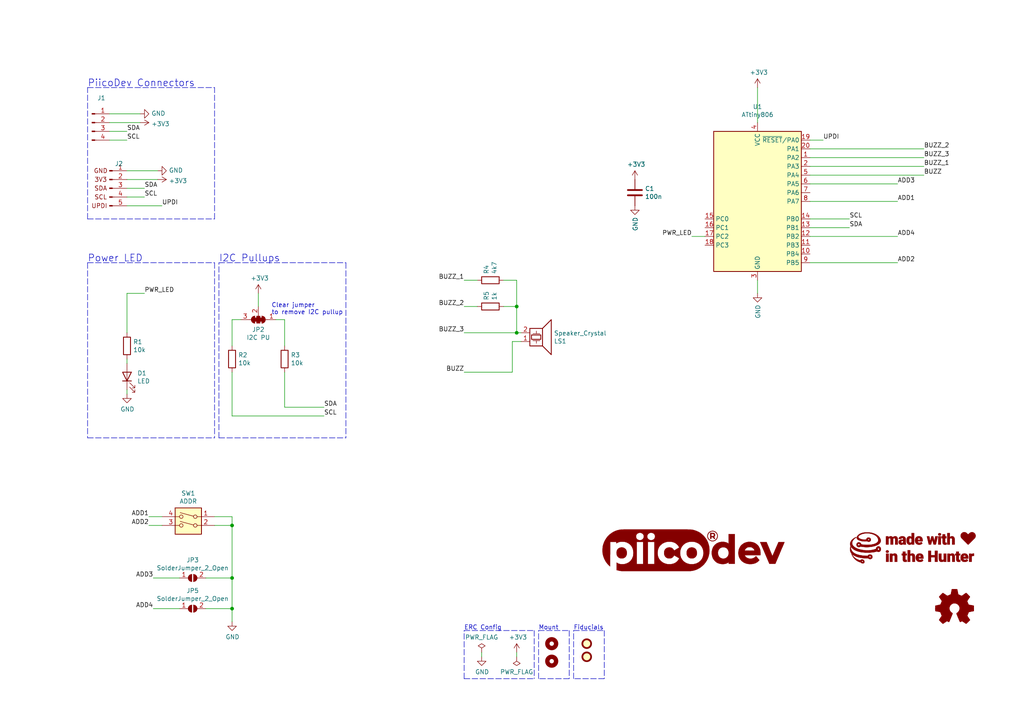
<source format=kicad_sch>
(kicad_sch (version 20211123) (generator eeschema)
  (paper "A4")
  (title_block (title "PiicoDev Buzzer Module") (date "2021-11-15") (rev "10") (company "Core Electronics") (comment 1 "Designed by Michael Ruppe at") (comment 4 "PiicoDev and the PiicoDev Logo are registered trademarks of Core Electronics Pty. Ltd."))
  (lib_symbols
    (symbol "Connector:Conn_01x04_Male" (pin_names (offset 1.016) hide)
      (property "Reference" "J" (at 0 5.08 0))
      (property "Value" "Conn_01x04_Male" (at 0 -7.62 0))
      (symbol "Conn_01x04_Male_1_1"
        (pin passive line (at 5.08 2.54 180) (length 3.81) (name "Pin_1") (number "1"))
        (pin passive line (at 5.08 0 180) (length 3.81) (name "Pin_2") (number "2"))
        (pin passive line (at 5.08 -2.54 180) (length 3.81) (name "Pin_3") (number "3"))
        (pin passive line (at 5.08 -5.08 180) (length 3.81) (name "Pin_4") (number "4"))
      )
    )
    (symbol "CoreElectronics_Artwork:LOGO_CoreElectronics_no-text" (pin_names (offset 1.016)))
    (symbol "CoreElectronics_Artwork:LOGO_PiicoDev" (pin_names (offset 1.016)))
    (symbol "CoreElectronics_Artwork:LOGO_made-with-love" (pin_names (offset 1.016)))
    (symbol "CoreElectronics_Components:Conn_PiicoDev_socket_UPDI" (pin_names (offset 1.016) hide)
      (property "Reference" "J" (at 0 7.62 0))
      (property "Value" "Conn_PiicoDev_socket_UPDI" (at 0 -7.62 0))
      (symbol "Conn_PiicoDev_socket_UPDI_0_0"
        (text "3V3" (at -2.54 2.54 0) (effects (font (size 1.27 1.27))))
        (text "GND" (at -2.54 5.08 0) (effects (font (size 1.27 1.27))))
        (text "SCL" (at -2.54 -2.54 0) (effects (font (size 1.27 1.27))))
        (text "SDA" (at -2.54 0 0) (effects (font (size 1.27 1.27))))
      )
      (symbol "Conn_PiicoDev_socket_UPDI_1_1"
        (text "UPDI" (at -2.921 -5.08 0) (effects (font (size 1.27 1.27))))
        (pin passive line (at 5.08 5.08 180) (length 3.81) (name "Pin_1") (number "1"))
        (pin passive line (at 5.08 2.54 180) (length 3.81) (name "Pin_2") (number "2"))
        (pin passive line (at 5.08 0 180) (length 3.81) (name "Pin_3") (number "3"))
        (pin passive line (at 5.08 -2.54 180) (length 3.81) (name "Pin_4") (number "4"))
        (pin passive line (at 5.08 -5.08 180) (length 3.81) (name "Pin_5") (number "5"))
      )
    )
    (symbol "Device:C" (pin_numbers hide) (pin_names (offset 0.254))
      (property "Reference" "C" (at 0.635 2.54 0))
      (property "Value" "C" (at 0.635 -2.54 0))
      (symbol "C_1_1"
        (pin passive line (at 0 3.81 270) (length 2.794) (name "~") (number "1"))
        (pin passive line (at 0 -3.81 90) (length 2.794) (name "~") (number "2"))
      )
    )
    (symbol "Device:LED" (pin_numbers hide) (pin_names (offset 1.016) hide)
      (property "Reference" "D" (at 0 2.54 0))
      (property "Value" "LED" (at 0 -2.54 0))
      (symbol "LED_1_1"
        (pin passive line (at -3.81 0 0) (length 2.54) (name "K") (number "1"))
        (pin passive line (at 3.81 0 180) (length 2.54) (name "A") (number "2"))
      )
    )
    (symbol "Device:R" (pin_numbers hide) (pin_names (offset 0))
      (property "Reference" "R" (at 2.032 0 90))
      (property "Value" "R" (at 0 0 90))
      (symbol "R_1_1"
        (pin passive line (at 0 3.81 270) (length 1.27) (name "~") (number "1"))
        (pin passive line (at 0 -3.81 90) (length 1.27) (name "~") (number "2"))
      )
    )
    (symbol "Device:Speaker_Crystal" (pin_names (offset 0) hide)
      (property "Reference" "LS" (at 0.635 5.715 0))
      (property "Value" "Speaker_Crystal" (at 0.635 3.81 0))
      (symbol "Speaker_Crystal_1_1"
        (pin input line (at -5.08 0 0) (length 2.54) (name "1") (number "1"))
        (pin input line (at -5.08 -2.54 0) (length 2.54) (name "2") (number "2"))
      )
    )
    (symbol "Graphic:Logo_Open_Hardware_Small" (pin_names (offset 1.016)))
    (symbol "Jumper:SolderJumper_2_Open" (pin_names (offset 0) hide)
      (property "Reference" "JP" (at 0 2.032 0))
      (property "Value" "SolderJumper_2_Open" (at 0 -2.54 0))
      (symbol "SolderJumper_2_Open_1_1"
        (pin passive line (at -3.81 0 0) (length 2.54) (name "A") (number "1"))
        (pin passive line (at 3.81 0 180) (length 2.54) (name "B") (number "2"))
      )
    )
    (symbol "MCU_Microchip_ATtiny:ATtiny1616-M"
      (property "Reference" "U" (at -12.7 21.59 0))
      (property "Value" "ATtiny1616-M" (at 2.54 -21.59 0))
      (symbol "ATtiny1616-M_1_1"
        (pin bidirectional line (at 15.24 12.7 180) (length 2.54) (name "PA2") (number "1"))
        (pin bidirectional line (at 15.24 -15.24 180) (length 2.54) (name "PB4") (number "10"))
        (pin bidirectional line (at 15.24 -12.7 180) (length 2.54) (name "PB3") (number "11"))
        (pin bidirectional line (at 15.24 -10.16 180) (length 2.54) (name "PB2") (number "12"))
        (pin bidirectional line (at 15.24 -7.62 180) (length 2.54) (name "PB1") (number "13"))
        (pin bidirectional line (at 15.24 -5.08 180) (length 2.54) (name "PB0") (number "14"))
        (pin bidirectional line (at -15.24 -5.08 0) (length 2.54) (name "PC0") (number "15"))
        (pin bidirectional line (at -15.24 -7.62 0) (length 2.54) (name "PC1") (number "16"))
        (pin bidirectional line (at -15.24 -10.16 0) (length 2.54) (name "PC2") (number "17"))
        (pin bidirectional line (at -15.24 -12.7 0) (length 2.54) (name "PC3") (number "18"))
        (pin bidirectional line (at 15.24 17.78 180) (length 2.54) (name "~{RESET}/PA0") (number "19"))
        (pin bidirectional line (at 15.24 10.16 180) (length 2.54) (name "PA3") (number "2"))
        (pin bidirectional line (at 15.24 15.24 180) (length 2.54) (name "PA1") (number "20"))
        (pin passive line (at 0 -22.86 90) (length 2.54) hide (name "GND") (number "21"))
        (pin power_in line (at 0 -22.86 90) (length 2.54) (name "GND") (number "3"))
        (pin power_in line (at 0 22.86 270) (length 2.54) (name "VCC") (number "4"))
        (pin bidirectional line (at 15.24 7.62 180) (length 2.54) (name "PA4") (number "5"))
        (pin bidirectional line (at 15.24 5.08 180) (length 2.54) (name "PA5") (number "6"))
        (pin bidirectional line (at 15.24 2.54 180) (length 2.54) (name "PA6") (number "7"))
        (pin bidirectional line (at 15.24 0 180) (length 2.54) (name "PA7") (number "8"))
        (pin bidirectional line (at 15.24 -17.78 180) (length 2.54) (name "PB5") (number "9"))
      )
    )
    (symbol "Mechanical:Fiducial"
      (property "Reference" "FID" (at 0 5.08 0))
      (property "Value" "Fiducial" (at 0 3.175 0))
    )
    (symbol "Mechanical:MountingHole" (pin_names (offset 1.016))
      (property "Reference" "H" (at 0 5.08 0))
      (property "Value" "MountingHole" (at 0 3.175 0))
    )
    (symbol "PiicoDev-Buzzer-rescue:SolderJumper_3_Bridged123-Jumper" (pin_names (offset 0) hide)
      (property "Reference" "JP" (at -2.54 -2.54 0))
      (property "Value" "SolderJumper_3_Bridged123-Jumper" (at 0 2.794 0))
      (symbol "SolderJumper_3_Bridged123-Jumper_1_1"
        (pin passive line (at -5.08 0 0) (length 2.54) (name "A") (number "1"))
        (pin input line (at 0 -3.81 90) (length 2.54) (name "C") (number "2"))
        (pin passive line (at 5.08 0 180) (length 2.54) (name "B") (number "3"))
      )
    )
    (symbol "Switch:SW_DIP_x02" (pin_names (offset 0) hide)
      (property "Reference" "SW" (at 0 6.35 0))
      (property "Value" "SW_DIP_x02" (at 0 -3.81 0))
      (symbol "SW_DIP_x02_1_1"
        (pin passive line (at -7.62 2.54 0) (length 5.08) (name "~") (number "1"))
        (pin passive line (at -7.62 0 0) (length 5.08) (name "~") (number "2"))
        (pin passive line (at 7.62 0 180) (length 5.08) (name "~") (number "3"))
        (pin passive line (at 7.62 2.54 180) (length 5.08) (name "~") (number "4"))
      )
    )
    (symbol "power:+3V3" (power) (pin_names (offset 0))
      (property "Value" "+3V3" (at 0 3.556 0))
      (symbol "+3V3_1_1"
        (pin power_in line (at 0 0 90) (length 0) hide (name "+3V3") (number "1"))
      )
    )
    (symbol "power:GND" (power) (pin_names (offset 0))
      (property "Value" "GND" (at 0 -3.81 0))
      (symbol "GND_1_1"
        (pin power_in line (at 0 0 270) (length 0) hide (name "GND") (number "1"))
      )
    )
    (symbol "power:PWR_FLAG" (power) (pin_numbers hide) (pin_names (offset 0) hide)
      (property "Value" "PWR_FLAG" (at 0 3.81 0))
      (symbol "PWR_FLAG_0_0"
        (pin power_out line (at 0 0 90) (length 0) (name "pwr") (number "1"))
      )
    )
  )
  (junction (at 67.31 152.4))
  (junction (at 67.31 176.53))
  (junction (at 149.86 88.9))
  (junction (at 149.86 96.52))
  (junction (at 67.31 167.64))
  (wire (pts (xy 134.62 96.52) (xy 149.86 96.52)))
  (wire (pts (xy 134.62 81.28) (xy 138.43 81.28)))
  (polyline (pts (xy 25.4 63.5) (xy 25.4 25.4)))
  (wire (pts (xy 41.91 54.61) (xy 36.83 54.61)))
  (wire (pts (xy 82.55 107.95) (xy 82.55 118.11)))
  (wire (pts (xy 36.83 52.07) (xy 45.72 52.07)))
  (wire (pts (xy 134.62 107.95) (xy 148.59 107.95)))
  (wire (pts (xy 59.69 167.64) (xy 67.31 167.64)))
  (wire (pts (xy 52.07 176.53) (xy 44.45 176.53)))
  (wire (pts (xy 36.83 59.69) (xy 46.99 59.69)))
  (wire (pts (xy 260.35 68.58) (xy 234.95 68.58)))
  (wire (pts (xy 43.18 152.4) (xy 46.99 152.4)))
  (wire (pts (xy 246.38 63.5) (xy 234.95 63.5)))
  (polyline (pts (xy 62.23 76.2) (xy 62.23 127)))
  (wire (pts (xy 67.31 180.34) (xy 67.31 176.53)))
  (wire (pts (xy 149.86 81.28) (xy 149.86 88.9)))
  (wire (pts (xy 41.91 85.09) (xy 36.83 85.09)))
  (wire (pts (xy 46.99 149.86) (xy 43.18 149.86)))
  (polyline (pts (xy 165.1 196.85) (xy 156.21 196.85)))
  (wire (pts (xy 82.55 118.11) (xy 93.98 118.11)))
  (wire (pts (xy 234.95 48.26) (xy 267.97 48.26)))
  (wire (pts (xy 148.59 99.06) (xy 151.13 99.06)))
  (polyline (pts (xy 166.37 182.88) (xy 175.26 182.88)))
  (wire (pts (xy 138.43 88.9) (xy 134.62 88.9)))
  (wire (pts (xy 148.59 99.06) (xy 148.59 107.95)))
  (wire (pts (xy 40.64 33.02) (xy 31.75 33.02)))
  (wire (pts (xy 149.86 88.9) (xy 149.86 96.52)))
  (wire (pts (xy 59.69 176.53) (xy 67.31 176.53)))
  (wire (pts (xy 36.83 85.09) (xy 36.83 96.52)))
  (wire (pts (xy 36.83 40.64) (xy 31.75 40.64)))
  (wire (pts (xy 246.38 66.04) (xy 234.95 66.04)))
  (wire (pts (xy 41.91 57.15) (xy 36.83 57.15)))
  (polyline (pts (xy 25.4 76.2) (xy 25.4 127)))
  (wire (pts (xy 82.55 92.71) (xy 80.01 92.71)))
  (polyline (pts (xy 134.62 196.85) (xy 134.62 182.88)))
  (polyline (pts (xy 63.5 76.2) (xy 100.33 76.2)))
  (wire (pts (xy 234.95 43.18) (xy 267.97 43.18)))
  (wire (pts (xy 67.31 152.4) (xy 67.31 149.86)))
  (wire (pts (xy 219.71 85.09) (xy 219.71 81.28)))
  (wire (pts (xy 62.23 152.4) (xy 67.31 152.4)))
  (wire (pts (xy 234.95 40.64) (xy 238.76 40.64)))
  (wire (pts (xy 260.35 53.34) (xy 234.95 53.34)))
  (wire (pts (xy 67.31 107.95) (xy 67.31 120.65)))
  (polyline (pts (xy 166.37 196.85) (xy 166.37 182.88)))
  (wire (pts (xy 36.83 38.1) (xy 31.75 38.1)))
  (wire (pts (xy 74.93 85.09) (xy 74.93 88.9)))
  (wire (pts (xy 31.75 35.56) (xy 40.64 35.56)))
  (wire (pts (xy 36.83 114.3) (xy 36.83 113.03)))
  (polyline (pts (xy 25.4 25.4) (xy 62.23 25.4)))
  (polyline (pts (xy 175.26 182.88) (xy 175.26 196.85)))
  (wire (pts (xy 67.31 100.33) (xy 67.31 92.71)))
  (wire (pts (xy 219.71 35.56) (xy 219.71 25.4)))
  (wire (pts (xy 82.55 100.33) (xy 82.55 92.71)))
  (wire (pts (xy 149.86 96.52) (xy 151.13 96.52)))
  (wire (pts (xy 146.05 88.9) (xy 149.86 88.9)))
  (wire (pts (xy 67.31 176.53) (xy 67.31 167.64)))
  (wire (pts (xy 67.31 167.64) (xy 67.31 152.4)))
  (polyline (pts (xy 62.23 63.5) (xy 62.23 25.4)))
  (wire (pts (xy 267.97 50.8) (xy 234.95 50.8)))
  (polyline (pts (xy 63.5 127) (xy 63.5 76.2)))
  (wire (pts (xy 67.31 149.86) (xy 62.23 149.86)))
  (polyline (pts (xy 134.62 196.85) (xy 154.94 196.85)))
  (polyline (pts (xy 63.5 127) (xy 100.33 127)))
  (polyline (pts (xy 100.33 76.2) (xy 100.33 127)))
  (wire (pts (xy 234.95 58.42) (xy 260.35 58.42)))
  (polyline (pts (xy 25.4 63.5) (xy 62.23 63.5)))
  (polyline (pts (xy 156.21 182.88) (xy 165.1 182.88)))
  (wire (pts (xy 267.97 45.72) (xy 234.95 45.72)))
  (wire (pts (xy 260.35 76.2) (xy 234.95 76.2)))
  (wire (pts (xy 200.66 68.58) (xy 204.47 68.58)))
  (polyline (pts (xy 156.21 196.85) (xy 156.21 182.88)))
  (polyline (pts (xy 154.94 182.88) (xy 154.94 196.85)))
  (polyline (pts (xy 134.62 182.88) (xy 154.94 182.88)))
  (wire (pts (xy 139.7 189.23) (xy 139.7 190.5)))
  (wire (pts (xy 67.31 92.71) (xy 69.85 92.71)))
  (polyline (pts (xy 25.4 76.2) (xy 62.23 76.2)))
  (wire (pts (xy 67.31 120.65) (xy 93.98 120.65)))
  (polyline (pts (xy 175.26 196.85) (xy 166.37 196.85)))
  (polyline (pts (xy 165.1 182.88) (xy 165.1 196.85)))
  (wire (pts (xy 146.05 81.28) (xy 149.86 81.28)))
  (wire (pts (xy 44.45 167.64) (xy 52.07 167.64)))
  (wire (pts (xy 36.83 105.41) (xy 36.83 104.14)))
  (wire (pts (xy 45.72 49.53) (xy 36.83 49.53)))
  (wire (pts (xy 149.86 189.23) (xy 149.86 190.5)))
  (polyline (pts (xy 25.4 127) (xy 62.23 127)))
  (text "Mount" (at 156.21 182.88 0) (effects (font (size 1.27 1.27)) (justify left bottom)))
  (text "PiicoDev Connectors" (at 25.4 25.4 0) (effects (font (size 2.0066 2.0066)) (justify left bottom)))
  (text "Fiducials" (at 166.37 182.88 0) (effects (font (size 1.27 1.27)) (justify left bottom)))
  (text "Power LED" (at 25.4 76.2 0) (effects (font (size 2.0066 2.0066)) (justify left bottom)))
  (text "ERC Config" (at 134.62 182.88 0) (effects (font (size 1.27 1.27)) (justify left bottom)))
  (text "Clear jumper \nto remove I2C pullup" (at 78.74 91.44 0) (effects (font (size 1.27 1.27)) (justify left bottom)))
  (text "I2C Pullups" (at 63.5 76.2 0) (effects (font (size 2.0066 2.0066)) (justify left bottom)))
  (label "SCL" (at 41.91 57.15 0))
  (label "PWR_LED" (at 41.91 85.09 0))
  (label "BUZZ_1" (at 134.62 81.28 180))
  (label "BUZZ_3" (at 134.62 96.52 180))
  (label "ADD2" (at 43.18 152.4 180))
  (label "ADD4" (at 44.45 176.53 180))
  (label "UPDI" (at 238.76 40.64 0))
  (label "PWR_LED" (at 200.66 68.58 180))
  (label "SDA" (at 36.83 38.1 0))
  (label "SDA" (at 93.98 118.11 0))
  (label "BUZZ_3" (at 267.97 45.72 0))
  (label "BUZZ_2" (at 267.97 43.18 0))
  (label "BUZZ" (at 134.62 107.95 180))
  (label "ADD3" (at 44.45 167.64 180))
  (label "SDA" (at 246.38 66.04 0))
  (label "ADD1" (at 43.18 149.86 180))
  (label "BUZZ_1" (at 267.97 48.26 0))
  (label "BUZZ_2" (at 134.62 88.9 180))
  (label "SCL" (at 36.83 40.64 0))
  (label "ADD1" (at 260.35 58.42 0))
  (label "BUZZ" (at 267.97 50.8 0))
  (label "ADD4" (at 260.35 68.58 0))
  (label "ADD3" (at 260.35 53.34 0))
  (label "ADD2" (at 260.35 76.2 0))
  (label "SCL" (at 246.38 63.5 0))
  (label "UPDI" (at 46.99 59.69 0))
  (label "SDA" (at 41.91 54.61 0))
  (label "SCL" (at 93.98 120.65 0))
  (symbol (lib_id "CoreElectronics_Artwork:LOGO_PiicoDev") (at 203.2 160.02 0) (unit 1)
    (property "Reference" "G1" (effects hide))
    (property "Value" "LOGO_PiicoDev" (effects hide))
    (property "Footprint" "CoreElectronics_Artwork:piicodev_logo_14.2x3.4mm" (effects hide))
  )
  (symbol (lib_id "CoreElectronics_Artwork:LOGO_made-with-love") (at 269.24 158.75 0) (unit 1)
    (property "Reference" "G3" (effects hide))
    (property "Value" "LOGO_made-with-love" (effects hide))
    (property "Footprint" "CoreElectronics_Artwork:piicodev_logo_14.2x3.4mm" (effects hide))
  )
  (symbol (lib_id "CoreElectronics_Artwork:LOGO_CoreElectronics_no-text") (at 251.46 158.75 0) (unit 1)
    (property "Reference" "G2" (effects hide))
    (property "Value" "LOGO_CoreElectronics_no-text" (effects hide))
    (property "Footprint" "CoreElectronics_Artwork:CoreElectronics_logo_5mm_v2" (effects hide))
  )
  (symbol (lib_id "Graphic:Logo_Open_Hardware_Small") (at 276.86 176.53 0) (unit 1)
    (property "Reference" "LOGO1" (effects hide))
    (property "Value" "Logo_Open_Hardware_Small" (effects hide))
    (property "Footprint" "CoreElectronics_Artwork:oshw" (effects hide))
  )
  (symbol (lib_id "power:PWR_FLAG") (at 139.7 189.23 0) (unit 1)
    (property "Reference" "#FLG?" (effects hide))
    (property "Value" "PWR_FLAG" (at 139.7 184.8358 0))
  )
  (symbol (lib_id "power:PWR_FLAG") (at 149.86 190.5 180) (unit 1)
    (property "Reference" "#FLG?" (effects hide))
    (property "Value" "PWR_FLAG" (at 149.86 194.8942 0))
  )
  (symbol (lib_id "power:GND") (at 139.7 190.5 0) (unit 1)
    (property "Reference" "#PWR?" (effects hide))
    (property "Value" "GND" (at 139.827 194.8942 0))
  )
  (symbol (lib_id "power:+3V3") (at 149.86 189.23 0) (unit 1)
    (property "Reference" "#PWR?" (effects hide))
    (property "Value" "+3V3" (at 150.241 184.8358 0))
  )
  (symbol (lib_id "Mechanical:MountingHole") (at 160.02 191.77 0) (unit 1)
    (property "Reference" "H2" (effects hide))
    (property "Value" "MountingHole" (effects hide))
    (property "Footprint" "CoreElectronics_Components:MountingHole_2.7mm_M2.5_PadClearance_1.2" (effects hide))
  )
  (symbol (lib_id "Mechanical:MountingHole") (at 160.02 186.69 0) (unit 1)
    (property "Reference" "H1" (effects hide))
    (property "Value" "MountingHole" (effects hide))
    (property "Footprint" "CoreElectronics_Components:MountingHole_2.7mm_M2.5_PadClearance_1.2" (effects hide))
  )
  (symbol (lib_id "Mechanical:Fiducial") (at 170.18 190.5 0) (unit 1)
    (property "Reference" "FID2" (effects hide))
    (property "Value" "Fiducial" (effects hide))
    (property "Footprint" "Fiducial:Fiducial_1mm_Mask2mm" (effects hide))
  )
  (symbol (lib_id "Mechanical:Fiducial") (at 170.18 186.69 0) (unit 1)
    (property "Reference" "FID1" (effects hide))
    (property "Value" "Fiducial" (effects hide))
    (property "Footprint" "Fiducial:Fiducial_1mm_Mask2mm" (effects hide))
  )
  (symbol (lib_id "Connector:Conn_01x04_Male") (at 26.67 35.56 0) (unit 1)
    (property "Reference" "J1" (at 29.4132 28.4226 0))
    (property "Value" " " (at 29.4132 30.734 0))
    (property "Footprint" "Connector_JST:JST_SH_SM04B-SRSS-TB_1x04-1MP_P1.00mm_Horizontal" (effects hide))
  )
  (symbol (lib_id "power:+3V3") (at 40.64 35.56 270) (unit 1)
    (property "Reference" "#PWR?" (effects hide))
    (property "Value" "+3V3" (at 43.8912 35.941 90) (effects (justify left)))
  )
  (symbol (lib_id "power:GND") (at 40.64 33.02 90) (unit 1)
    (property "Reference" "#PWR?" (effects hide))
    (property "Value" "GND" (at 43.8912 32.893 90) (effects (justify right)))
  )
  (symbol (lib_id "CoreElectronics_Components:Conn_PiicoDev_socket_UPDI") (at 31.75 54.61 0) (unit 1)
    (property "Reference" "J2" (at 34.4932 47.4726 0))
    (property "Value" " " (at 34.4932 49.784 0))
    (property "Footprint" "CoreElectronics_Components:PiicoDev_Connector_with_UPDI" (effects hide))
  )
  (symbol (lib_id "power:+3V3") (at 45.72 52.07 270) (unit 1)
    (property "Reference" "#PWR?" (effects hide))
    (property "Value" "+3V3" (at 48.9712 52.451 90) (effects (justify left)))
  )
  (symbol (lib_id "power:GND") (at 45.72 49.53 90) (unit 1)
    (property "Reference" "#PWR?" (effects hide))
    (property "Value" "GND" (at 48.9712 49.403 90) (effects (justify right)))
  )
  (symbol (lib_id "Device:R") (at 82.55 104.14 0) (unit 1)
    (property "Reference" "R3" (at 84.328 102.9716 0) (effects (justify left)))
    (property "Value" "10k" (at 84.328 105.283 0) (effects (justify left)))
    (property "Footprint" "Resistor_SMD:R_0402_1005Metric" (effects hide))
  )
  (symbol (lib_id "PiicoDev-Buzzer-rescue:SolderJumper_3_Bridged123-Jumper") (at 74.93 92.71 180) (unit 1)
    (property "Reference" "JP2" (at 74.93 95.5802 0))
    (property "Value" "I2C PU" (at 74.93 97.8916 0))
    (property "Footprint" "CoreElectronics_Components:SolderJumper-3_P1.3mm_Closed_RoundedPad1.0x1.5mm_NumberLabels" (effects hide))
  )
  (symbol (lib_id "Device:R") (at 67.31 104.14 0) (unit 1)
    (property "Reference" "R2" (at 69.088 102.9716 0) (effects (justify left)))
    (property "Value" "10k" (at 69.088 105.283 0) (effects (justify left)))
    (property "Footprint" "Resistor_SMD:R_0402_1005Metric" (effects hide))
  )
  (symbol (lib_id "power:+3V3") (at 74.93 85.09 0) (unit 1)
    (property "Reference" "#PWR?" (effects hide))
    (property "Value" "+3V3" (at 75.311 80.6958 0))
  )
  (symbol (lib_id "Device:LED") (at 36.83 109.22 90) (unit 1)
    (property "Reference" "D1" (at 39.8272 108.2294 90) (effects (justify right)))
    (property "Value" "LED" (at 39.8272 110.5408 90) (effects (justify right)))
    (property "Footprint" "LED_SMD:LED_0603_1608Metric" (effects hide))
  )
  (symbol (lib_id "power:GND") (at 36.83 114.3 0) (unit 1)
    (property "Reference" "#PWR?" (effects hide))
    (property "Value" "GND" (at 36.957 118.6942 0))
  )
  (symbol (lib_id "Device:R") (at 36.83 100.33 0) (unit 1)
    (property "Reference" "R1" (at 38.608 99.1616 0) (effects (justify left)))
    (property "Value" "10k" (at 38.608 101.473 0) (effects (justify left)))
    (property "Footprint" "Resistor_SMD:R_0402_1005Metric" (effects hide))
  )
  (symbol (lib_id "MCU_Microchip_ATtiny:ATtiny1616-M") (at 219.71 58.42 0) (unit 1)
    (property "Reference" "U1" (at 219.71 30.9626 0))
    (property "Value" "ATtiny806" (at 219.71 33.274 0))
    (property "Footprint" "Package_DFN_QFN:VQFN-20-1EP_3x3mm_P0.4mm_EP1.7x1.7mm" (effects hide))
    (property "Datasheet" "http://ww1.microchip.com/downloads/en/DeviceDoc/ATtiny3216_ATtiny1616-data-sheet-40001997B.pdf" (effects hide))
  )
  (symbol (lib_id "power:+3V3") (at 219.71 25.4 0) (unit 1)
    (property "Reference" "#PWR?" (effects hide))
    (property "Value" "+3V3" (at 220.091 21.0058 0))
  )
  (symbol (lib_id "power:GND") (at 219.71 85.09 0) (unit 1)
    (property "Reference" "#PWR?" (effects hide))
    (property "Value" "GND" (at 219.837 88.3412 90) (effects (justify right)))
  )
  (symbol (lib_id "power:GND") (at 184.15 59.69 0) (unit 1)
    (property "Reference" "#PWR?" (effects hide))
    (property "Value" "GND" (at 184.277 62.9412 90) (effects (justify right)))
  )
  (symbol (lib_id "power:+3V3") (at 184.15 52.07 0) (unit 1)
    (property "Reference" "#PWR?" (effects hide))
    (property "Value" "+3V3" (at 184.531 47.6758 0))
  )
  (symbol (lib_id "Device:C") (at 184.15 55.88 0) (unit 1)
    (property "Reference" "C1" (at 187.071 54.7116 0) (effects (justify left)))
    (property "Value" "100n" (at 187.071 57.023 0) (effects (justify left)))
    (property "Footprint" "Capacitor_SMD:C_0402_1005Metric" (effects hide))
  )
  (symbol (lib_id "Switch:SW_DIP_x02") (at 54.61 152.4 0) (mirror y) (unit 1)
    (property "Reference" "SW1" (at 54.61 143.0782 0))
    (property "Value" "ADDR" (at 54.61 145.3896 0))
    (property "Footprint" "CoreElectronics_Components:SW_DIP_SPSTx02_Slide_DSHP" (effects hide))
  )
  (symbol (lib_id "power:GND") (at 67.31 180.34 0) (unit 1)
    (property "Reference" "#PWR?" (effects hide))
    (property "Value" "GND" (at 67.437 184.7342 0))
  )
  (symbol (lib_id "Jumper:SolderJumper_2_Open") (at 55.88 167.64 0) (unit 1)
    (property "Reference" "JP3" (at 55.88 162.433 0))
    (property "Value" "SolderJumper_2_Open" (at 55.88 164.7444 0))
    (property "Footprint" "Jumper:SolderJumper-2_P1.3mm_Open_RoundedPad1.0x1.5mm" (effects hide))
  )
  (symbol (lib_id "Jumper:SolderJumper_2_Open") (at 55.88 176.53 0) (unit 1)
    (property "Reference" "JP5" (at 55.88 171.323 0))
    (property "Value" "SolderJumper_2_Open" (at 55.88 173.6344 0))
    (property "Footprint" "Jumper:SolderJumper-2_P1.3mm_Open_RoundedPad1.0x1.5mm" (effects hide))
  )
  (symbol (lib_id "Device:Speaker_Crystal") (at 156.21 99.06 0) (mirror x) (unit 1)
    (property "Reference" "LS1" (at 160.655 98.9584 0) (effects (justify left)))
    (property "Value" "Speaker_Crystal" (at 160.655 96.647 0) (effects (justify left)))
    (property "Footprint" "Buzzer_Beeper:Buzzer_Murata_PKMCS0909E" (effects hide))
  )
  (symbol (lib_id "Device:R") (at 142.24 81.28 90) (unit 1)
    (property "Reference" "R4" (at 141.0716 79.502 0) (effects (justify left)))
    (property "Value" "4k7" (at 143.383 79.502 0) (effects (justify left)))
    (property "Footprint" "Resistor_SMD:R_0402_1005Metric" (effects hide))
  )
  (symbol (lib_id "Device:R") (at 142.24 88.9 90) (unit 1)
    (property "Reference" "R5" (at 141.0716 87.122 0) (effects (justify left)))
    (property "Value" "1k" (at 143.383 87.122 0) (effects (justify left)))
    (property "Footprint" "Resistor_SMD:R_0402_1005Metric" (effects hide))
  )
)
</source>
